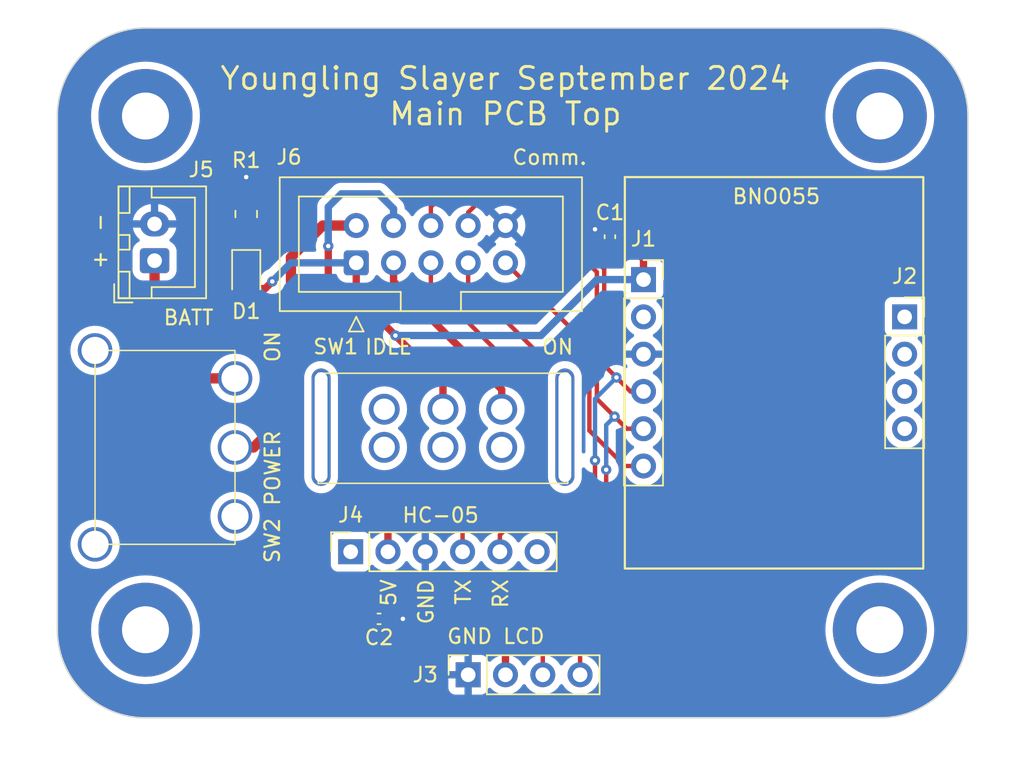
<source format=kicad_pcb>
(kicad_pcb (version 20221018) (generator pcbnew)
  (layers (0 "F.Cu" signal) (31 "B.Cu" power) (34 "B.Paste" user) (35 "F.Paste" user) (36 "B.SilkS" user "B.Silkscreen") (37 "F.SilkS" user "F.Silkscreen") (38 "B.Mask" user) (39 "F.Mask" user) (44 "Edge.Cuts" user))
  (net 0 "")
  (net 1 "+3V3")
  (net 3 "GND")
  (net 4 "SDA")
  (net 5 "SCL")
  (net 10 "+5V")
  (net 13 "Net-(J5-Pin_1)")
  (net 14 "+12V")
  (net 15 "IDLE")
  (net 16 "BNO_RST")
  (net 17 "TX")
  (net 18 "RX")
  (net 24 "Net-(D1-K)")
  (footprint "LED_SMD:LED_0805_2012Metric" (layer "F.Cu") (at 130.048 92.8855 -90)
    (fp_text reference "D1" (at 2.4915 0) (layer "F.SilkS"))
    (fp_text value "LED")
    (fp_line (start -1.685 -0.96) (end -1.685 0.96) (stroke (width 0.12)) (layer "F.SilkS"))
    (fp_line (start -1.685 0.96) (end 1 0.96) (stroke (width 0.12)) (layer "F.SilkS"))
    (fp_line (start 1 -0.96) (end -1.685 -0.96) (stroke (width 0.12)) (layer "F.SilkS"))
    (pad "1" smd roundrect (at -0.9375 0 270) (size 0.975 1.4) (layers "F.Cu" "F.Paste" "F.Mask") (net 24 "Net-(D1-K)"))
    (pad "2" smd roundrect (at 0.9375 0 270) (size 0.975 1.4) (layers "F.Cu" "F.Paste" "F.Mask") (net 1 "+3V3"))
  )
  (footprint "MountingHole:MountingHole_3.2mm_M3_Pad" (layer "F.Cu") (at 173.19 117.074)
    (fp_text reference "H3" hide)
    (fp_text value "MountingHole")
    (pad "1" thru_hole circle (at 0 0) (size 6.4 6.4) (drill 3.2) (layers "*.Cu" "*.Mask"))
  )
  (footprint "Altronics:Switch_SPDT_S2070" (layer "F.Cu") (at 124.521 104.649)
    (fp_text reference "SW2" (at 7.305 6.349 90 unlocked) (layer "F.SilkS"))
    (fp_text value "Power Switch")
    (fp_rect (start -4.765 -6.605) (end 4.765 6.605) (stroke (width 0.1)) (fill none) (layer "F.SilkS"))
    (pad "1" thru_hole circle (at 4.765 -4.7) (size 2.35 2.35) (drill 1.85) (layers "*.Cu" "*.Mask") (net 13 "Net-(J5-Pin_1)"))
    (pad "2" thru_hole circle (at 4.765 0) (size 2.35 2.35) (drill 1.85) (layers "*.Cu" "*.Mask") (net 14 "+12V"))
    (pad "3" thru_hole circle (at 4.765 4.7) (size 2.35 2.35) (drill 1.85) (layers "*.Cu" "*.Mask"))
    (pad "4" thru_hole circle (at -4.765 -6.605) (size 2.35 2.35) (drill 1.85) (layers "*.Cu" "*.Mask"))
    (pad "5" thru_hole circle (at -4.765 6.605) (size 2.35 2.35) (drill 1.85) (layers "*.Cu" "*.Mask"))
  )
  (footprint "Connector_PinSocket_2.54mm:PinSocket_1x04_P2.54mm_Vertical" (layer "F.Cu") (at 174.879 95.758)
    (fp_text reference "J2" (at 0 -2.77) (layer "F.SilkS"))
    (fp_text value "BNO Right")
    (fp_line (start -1.33 1.27) (end -1.33 8.95) (stroke (width 0.12)) (layer "F.SilkS"))
    (fp_line (start -1.33 1.27) (end 1.33 1.27) (stroke (width 0.12)) (layer "F.SilkS"))
    (fp_line (start -1.33 8.95) (end 1.33 8.95) (stroke (width 0.12)) (layer "F.SilkS"))
    (fp_line (start 0 -1.33) (end 1.33 -1.33) (stroke (width 0.12)) (layer "F.SilkS"))
    (fp_line (start 1.33 -1.33) (end 1.33 0) (stroke (width 0.12)) (layer "F.SilkS"))
    (fp_line (start 1.33 1.27) (end 1.33 8.95) (stroke (width 0.12)) (layer "F.SilkS"))
    (pad "1" thru_hole rect (at 0 0) (size 1.7 1.7) (drill 1) (layers "*.Cu" "*.Mask"))
    (pad "2" thru_hole oval (at 0 2.54) (size 1.7 1.7) (drill 1) (layers "*.Cu" "*.Mask"))
    (pad "3" thru_hole oval (at 0 5.08) (size 1.7 1.7) (drill 1) (layers "*.Cu" "*.Mask"))
    (pad "4" thru_hole oval (at 0 7.62) (size 1.7 1.7) (drill 1) (layers "*.Cu" "*.Mask"))
  )
  (footprint "MountingHole:MountingHole_3.2mm_M3_Pad" (layer "F.Cu") (at 123.19 82.074)
    (fp_text reference "H1" hide)
    (fp_text value "MountingHole")
    (pad "1" thru_hole circle (at 0 0) (size 6.4 6.4) (drill 3.2) (layers "*.Cu" "*.Mask"))
  )
  (footprint "MountingHole:MountingHole_3.2mm_M3_Pad" (layer "F.Cu") (at 173.19 82.074)
    (fp_text reference "H2" hide)
    (fp_text value "MountingHole")
    (pad "1" thru_hole circle (at 0 0) (size 6.4 6.4) (drill 3.2) (layers "*.Cu" "*.Mask"))
  )
  (footprint "Connector_JST:JST_XH_B2B-XH-A_1x02_P2.50mm_Vertical" (layer "F.Cu") (at 123.808 91.928 90)
    (fp_text reference "J5" (at 6.203 3.17381 180) (layer "F.SilkS"))
    (fp_text value "BATT")
    (fp_line (start -2.85 -2.75) (end -2.85 -1.5) (stroke (width 0.12)) (layer "F.SilkS"))
    (fp_line (start -2.56 -2.46) (end -2.56 3.51) (stroke (width 0.12)) (layer "F.SilkS"))
    (fp_line (start -2.56 3.51) (end 5.06 3.51) (stroke (width 0.12)) (layer "F.SilkS"))
    (fp_line (start -2.55 -2.45) (end -2.55 -1.7) (stroke (width 0.12)) (layer "F.SilkS"))
    (fp_line (start -2.55 -1.7) (end -0.75 -1.7) (stroke (width 0.12)) (layer "F.SilkS"))
    (fp_line (start -2.55 -0.2) (end -1.8 -0.2) (stroke (width 0.12)) (layer "F.SilkS"))
    (fp_line (start -1.8 -0.2) (end -1.8 2.75) (stroke (width 0.12)) (layer "F.SilkS"))
    (fp_line (start -1.8 2.75) (end 1.25 2.75) (stroke (width 0.12)) (layer "F.SilkS"))
    (fp_line (start -1.6 -2.75) (end -2.85 -2.75) (stroke (width 0.12)) (layer "F.SilkS"))
    (fp_line (start -0.75 -2.45) (end -2.55 -2.45) (stroke (width 0.12)) (layer "F.SilkS"))
    (fp_line (start -0.75 -1.7) (end -0.75 -2.45) (stroke (width 0.12)) (layer "F.SilkS"))
    (fp_line (start 0.75 -2.45) (end 0.75 -1.7) (stroke (width 0.12)) (layer "F.SilkS"))
    (fp_line (start 0.75 -1.7) (end 1.75 -1.7) (stroke (width 0.12)) (layer "F.SilkS"))
    (fp_line (start 1.75 -2.45) (end 0.75 -2.45) (stroke (width 0.12)) (layer "F.SilkS"))
    (fp_line (start 1.75 -1.7) (end 1.75 -2.45) (stroke (width 0.12)) (layer "F.SilkS"))
    (fp_line (start 3.25 -2.45) (end 3.25 -1.7) (stroke (width 0.12)) (layer "F.SilkS"))
    (fp_line (start 3.25 -1.7) (end 5.05 -1.7) (stroke (width 0.12)) (layer "F.SilkS"))
    (fp_line (start 4.3 -0.2) (end 4.3 2.75) (stroke (width 0.12)) (layer "F.SilkS"))
    (fp_line (start 4.3 2.75) (end 1.25 2.75) (stroke (width 0.12)) (layer "F.SilkS"))
    (fp_line (start 5.05 -2.45) (end 3.25 -2.45) (stroke (width 0.12)) (layer "F.SilkS"))
    (fp_line (start 5.05 -1.7) (end 5.05 -2.45) (stroke (width 0.12)) (layer "F.SilkS"))
    (fp_line (start 5.05 -0.2) (end 4.3 -0.2) (stroke (width 0.12)) (layer "F.SilkS"))
    (fp_line (start 5.06 -2.46) (end -2.56 -2.46) (stroke (width 0.12)) (layer "F.SilkS"))
    (fp_line (start 5.06 3.51) (end 5.06 -2.46) (stroke (width 0.12)) (layer "F.SilkS"))
    (pad "1" thru_hole roundrect (at 0 0 90) (size 1.7 2) (drill 1) (layers "*.Cu" "*.Mask") (roundrect_rratio 0.1470588235) (net 13 "Net-(J5-Pin_1)"))
    (pad "2" thru_hole oval (at 2.5 0 90) (size 1.7 2) (drill 1) (layers "*.Cu" "*.Mask") (net 3 "GND"))
  )
  (footprint "Capacitor_SMD:C_0402_1005Metric" (layer "F.Cu") (at 154.813 90.297 90)
    (fp_text reference "C1" (at 1.651 0 180) (layer "F.SilkS"))
    (fp_text value "0.1uF")
    (fp_line (start -0.107836 -0.36) (end 0.107836 -0.36) (stroke (width 0.12)) (layer "F.SilkS"))
    (fp_line (start -0.107836 0.36) (end 0.107836 0.36) (stroke (width 0.12)) (layer "F.SilkS"))
    (pad "1" smd roundrect (at -0.48 0 90) (size 0.56 0.62) (layers "F.Cu" "F.Paste" "F.Mask") (net 1 "+3V3"))
    (pad "2" smd roundrect (at 0.48 0 90) (size 0.56 0.62) (layers "F.Cu" "F.Paste" "F.Mask") (net 3 "GND"))
  )
  (footprint "Connector_PinSocket_2.54mm:PinSocket_1x06_P2.54mm_Vertical" (layer "F.Cu") (at 157.099 93.218)
    (fp_text reference "J1" (at 0 -2.77) (layer "F.SilkS"))
    (fp_text value "BNO Left")
    (fp_line (start -1.33 1.27) (end -1.33 14.03) (stroke (width 0.12)) (layer "F.SilkS"))
    (fp_line (start -1.33 1.27) (end 1.33 1.27) (stroke (width 0.12)) (layer "F.SilkS"))
    (fp_line (start -1.33 14.03) (end 1.33 14.03) (stroke (width 0.12)) (layer "F.SilkS"))
    (fp_line (start 0 -1.33) (end 1.33 -1.33) (stroke (width 0.12)) (layer "F.SilkS"))
    (fp_line (start 1.33 -1.33) (end 1.33 0) (stroke (width 0.12)) (layer "F.SilkS"))
    (fp_line (start 1.33 1.27) (end 1.33 14.03) (stroke (width 0.12)) (layer "F.SilkS"))
    (pad "1" thru_hole rect (at 0 0) (size 1.7 1.7) (drill 1) (layers "*.Cu" "*.Mask") (net 1 "+3V3"))
    (pad "2" thru_hole oval (at 0 2.54) (size 1.7 1.7) (drill 1) (layers "*.Cu" "*.Mask"))
    (pad "3" thru_hole oval (at 0 5.08) (size 1.7 1.7) (drill 1) (layers "*.Cu" "*.Mask") (net 3 "GND"))
    (pad "4" thru_hole oval (at 0 7.62) (size 1.7 1.7) (drill 1) (layers "*.Cu" "*.Mask") (net 4 "SDA"))
    (pad "5" thru_hole oval (at 0 10.16) (size 1.7 1.7) (drill 1) (layers "*.Cu" "*.Mask") (net 5 "SCL"))
    (pad "6" thru_hole oval (at 0 12.7) (size 1.7 1.7) (drill 1) (layers "*.Cu" "*.Mask") (net 16 "BNO_RST"))
  )
  (footprint "Connector_PinSocket_2.54mm:PinSocket_1x04_P2.54mm_Vertical" (layer "F.Cu") (at 145.161 120.142 90)
    (fp_text reference "J3" (at 0 -2.921) (layer "F.SilkS"))
    (fp_text value "LCD")
    (fp_line (start -1.33 1.27) (end -1.33 8.95) (stroke (width 0.12)) (layer "F.SilkS"))
    (fp_line (start -1.33 1.27) (end 1.33 1.27) (stroke (width 0.12)) (layer "F.SilkS"))
    (fp_line (start -1.33 8.95) (end 1.33 8.95) (stroke (width 0.12)) (layer "F.SilkS"))
    (fp_line (start 0 -1.33) (end 1.33 -1.33) (stroke (width 0.12)) (layer "F.SilkS"))
    (fp_line (start 1.33 -1.33) (end 1.33 0) (stroke (width 0.12)) (layer "F.SilkS"))
    (fp_line (start 1.33 1.27) (end 1.33 8.95) (stroke (width 0.12)) (layer "F.SilkS"))
    (pad "1" thru_hole rect (at 0 0 90) (size 1.7 1.7) (drill 1) (layers "*.Cu" "*.Mask") (net 3 "GND"))
    (pad "2" thru_hole oval (at 0 2.54 90) (size 1.7 1.7) (drill 1) (layers "*.Cu" "*.Mask") (net 10 "+5V"))
    (pad "3" thru_hole oval (at 0 5.08 90) (size 1.7 1.7) (drill 1) (layers "*.Cu" "*.Mask") (net 4 "SDA"))
    (pad "4" thru_hole oval (at 0 7.62 90) (size 1.7 1.7) (drill 1) (layers "*.Cu" "*.Mask") (net 5 "SCL"))
  )
  (footprint "Connector_IDC:IDC-Header_2x05_P2.54mm_Vertical" (layer "F.Cu") (at 137.541 92.075 90)
    (fp_text reference "J6" (at 7.20575 -4.572) (layer "F.SilkS"))
    (fp_text value "Comm. wire")
    (fp_line (start -4.68 -0.5) (end -4.68 0.5) (stroke (width 0.12)) (layer "F.SilkS"))
    (fp_line (start -4.68 0.5) (end -3.68 0) (stroke (width 0.12)) (layer "F.SilkS"))
    (fp_line (start -3.68 0) (end -4.68 -0.5) (stroke (width 0.12)) (layer "F.SilkS"))
    (fp_line (start -3.29 -5.21) (end 5.83 -5.21) (stroke (width 0.12)) (layer "F.SilkS"))
    (fp_line (start -3.29 3.03) (end -1.98 3.03) (stroke (width 0.12)) (layer "F.SilkS"))
    (fp_line (start -3.29 15.37) (end -3.29 -5.21) (stroke (width 0.12)) (layer "F.SilkS"))
    (fp_line (start -1.98 -3.91) (end 4.52 -3.91) (stroke (width 0.12)) (layer "F.SilkS"))
    (fp_line (start -1.98 3.03) (end -1.98 -3.91) (stroke (width 0.12)) (layer "F.SilkS"))
    (fp_line (start -1.98 7.13) (end -3.29 7.13) (stroke (width 0.12)) (layer "F.SilkS"))
    (fp_line (start -1.98 7.13) (end -1.98 7.13) (stroke (width 0.12)) (layer "F.SilkS"))
    (fp_line (start -1.98 14.07) (end -1.98 7.13) (stroke (width 0.12)) (layer "F.SilkS"))
    (fp_line (start 4.52 -3.91) (end 4.52 14.07) (stroke (width 0.12)) (layer "F.SilkS"))
    (fp_line (start 4.52 14.07) (end -1.98 14.07) (stroke (width 0.12)) (layer "F.SilkS"))
    (fp_line (start 5.83 -5.21) (end 5.83 15.37) (stroke (width 0.12)) (layer "F.SilkS"))
    (fp_line (start 5.83 15.37) (end -3.29 15.37) (stroke (width 0.12)) (layer "F.SilkS"))
    (pad "1" thru_hole roundrect (at 0 0 90) (size 1.7 1.7) (drill 1) (layers "*.Cu" "*.Mask") (roundrect_rratio 0.1470588235) (net 1 "+3V3"))
    (pad "2" thru_hole circle (at 2.54 0 90) (size 1.7 1.7) (drill 1) (layers "*.Cu" "*.Mask") (net 14 "+12V"))
    (pad "3" thru_hole circle (at 0 2.54 90) (size 1.7 1.7) (drill 1) (layers "*.Cu" "*.Mask") (net 15 "IDLE"))
    (pad "4" thru_hole circle (at 2.54 2.54 90) (size 1.7 1.7) (drill 1) (layers "*.Cu" "*.Mask") (net 10 "+5V"))
    (pad "5" thru_hole circle (at 0 5.08 90) (size 1.7 1.7) (drill 1) (layers "*.Cu" "*.Mask") (net 17 "TX"))
    (pad "6" thru_hole circle (at 2.54 5.08 90) (size 1.7 1.7) (drill 1) (layers "*.Cu" "*.Mask") (net 4 "SDA"))
    (pad "7" thru_hole circle (at 0 7.62 90) (size 1.7 1.7) (drill 1) (layers "*.Cu" "*.Mask") (net 18 "RX"))
    (pad "8" thru_hole circle (at 2.54 7.62 90) (size 1.7 1.7) (drill 1) (layers "*.Cu" "*.Mask") (net 5 "SCL"))
    (pad "9" thru_hole circle (at 0 10.16 90) (size 1.7 1.7) (drill 1) (layers "*.Cu" "*.Mask") (net 16 "BNO_RST"))
    (pad "10" thru_hole circle (at 2.54 10.16 90) (size 1.7 1.7) (drill 1) (layers "*.Cu" "*.Mask") (net 3 "GND"))
  )
  (footprint "Altronics:Switch_DPDT_S2060" (layer "F.Cu") (at 143.446 103.273)
    (fp_text reference "SW1" (at -7.302 -5.483 unlocked) (layer "F.SilkS"))
    (fp_text value "Idle Switch")
    (fp_rect (start -8.5 -3.675) (end 8.5 3.825) (stroke (width 0.1)) (fill none) (layer "F.SilkS"))
    (pad "1" thru_hole circle (at -4 -1.225) (size 2.1 2.1) (drill 1.455) (layers "*.Cu" "*.Mask"))
    (pad "2" thru_hole circle (at 0 -1.225) (size 2.1 2.1) (drill 1.455) (layers "*.Cu" "*.Mask") (net 1 "+3V3"))
    (pad "3" thru_hole circle (at 4 -1.225) (size 2.1 2.1) (drill 1.455) (layers "*.Cu" "*.Mask") (net 15 "IDLE"))
    (pad "4" thru_hole circle (at -4 1.375) (size 2.1 2.1) (drill 1.455) (layers "*.Cu" "*.Mask"))
    (pad "5" thru_hole circle (at 0 1.375) (size 2.1 2.1) (drill 1.455) (layers "*.Cu" "*.Mask"))
    (pad "6" thru_hole circle (at 4 1.375) (size 2.1 2.1) (drill 1.455) (layers "*.Cu" "*.Mask"))
    (pad "7" thru_hole oval (at 8.3 0) (size 1.3 8) (drill oval 0.875 7.485) (layers "*.Cu" "*.Mask"))
    (pad "8" thru_hole oval (at -8.3 0) (size 1.3 8) (drill oval 0.875 7.485) (layers "*.Cu" "*.Mask"))
  )
  (footprint "Connector_PinSocket_2.54mm:PinSocket_1x06_P2.54mm_Vertical" (layer "F.Cu") (at 137.16 111.76 90)
    (fp_text reference "J4" (at 2.50675 0 180) (layer "F.SilkS"))
    (fp_text value "HC-05")
    (fp_line (start -1.33 1.27) (end -1.33 14.03) (stroke (width 0.12)) (layer "F.SilkS"))
    (fp_line (start -1.33 1.27) (end 1.33 1.27) (stroke (width 0.12)) (layer "F.SilkS"))
    (fp_line (start -1.33 14.03) (end 1.33 14.03) (stroke (width 0.12)) (layer "F.SilkS"))
    (fp_line (start 0 -1.33) (end 1.33 -1.33) (stroke (width 0.12)) (layer "F.SilkS"))
    (fp_line (start 1.33 -1.33) (end 1.33 0) (stroke (width 0.12)) (layer "F.SilkS"))
    (fp_line (start 1.33 1.27) (end 1.33 14.03) (stroke (width 0.12)) (layer "F.SilkS"))
    (pad "1" thru_hole rect (at 0 0 90) (size 1.7 1.7) (drill 1) (layers "*.Cu" "*.Mask"))
    (pad "2" thru_hole oval (at 0 2.54 90) (size 1.7 1.7) (drill 1) (layers "*.Cu" "*.Mask") (net 10 "+5V"))
    (pad "3" thru_hole oval (at 0 5.08 90) (size 1.7 1.7) (drill 1) (layers "*.Cu" "*.Mask") (net 3 "GND"))
    (pad "4" thru_hole oval (at 0 7.62 90) (size 1.7 1.7) (drill 1) (layers "*.Cu" "*.Mask") (net 17 "TX"))
    (pad "5" thru_hole oval (at 0 10.16 90) (size 1.7 1.7) (drill 1) (layers "*.Cu" "*.Mask") (net 18 "RX"))
    (pad "6" thru_hole oval (at 0 12.7 90) (size 1.7 1.7) (drill 1) (layers "*.Cu" "*.Mask"))
  )
  (footprint "Resistor_SMD:R_0805_2012Metric" (layer "F.Cu") (at 130.048 88.7495 -90)
    (fp_text reference "R1" (at -3.6595 0 -180) (layer "F.SilkS"))
    (fp_text value "22R")
    (fp_line (start -0.227064 -0.735) (end 0.227064 -0.735) (stroke (width 0.12)) (layer "F.SilkS"))
    (fp_line (start -0.227064 0.735) (end 0.227064 0.735) (stroke (width 0.12)) (layer "F.SilkS"))
    (pad "1" smd roundrect (at -0.9125 0 270) (size 1.025 1.4) (layers "F.Cu" "F.Paste" "F.Mask") (roundrect_rratio 0.243902439) (net 3 "GND"))
    (pad "2" smd roundrect (at 0.9125 0 270) (size 1.025 1.4) (layers "F.Cu" "F.Paste" "F.Mask") (roundrect_rratio 0.243902439) (net 24 "Net-(D1-K)"))
  )
  (footprint "MountingHole:MountingHole_3.2mm_M3_Pad" (layer "F.Cu") (at 123.19 117.074)
    (fp_text reference "H4" hide)
    (fp_text value "MountingHole")
    (pad "1" thru_hole circle (at 0 0) (size 6.4 6.4) (drill 3.2) (layers "*.Cu" "*.Mask"))
  )
  (footprint "Capacitor_SMD:C_0402_1005Metric" (layer "F.Cu") (at 139.093 116.332)
    (fp_text reference "C2" (at 0 1.27) (layer "F.SilkS"))
    (fp_text value "0.1uF")
    (fp_line (start -0.107836 -0.36) (end 0.107836 -0.36) (stroke (width 0.12)) (layer "F.SilkS"))
    (fp_line (start -0.107836 0.36) (end 0.107836 0.36) (stroke (width 0.12)) (layer "F.SilkS"))
    (pad "1" smd roundrect (at -0.48 0) (size 0.56 0.62) (layers "F.Cu" "F.Paste" "F.Mask") (net 10 "+5V"))
    (pad "2" smd roundrect (at 0.48 0) (size 0.56 0.62) (layers "F.Cu" "F.Paste" "F.Mask") (net 3 "GND"))
  )
  (gr_rect (start 155.829 86.233) (end 176.149 112.903) (stroke (width 0.15)) (fill none) (layer "F.SilkS"))
  (gr_line (start 173.19 123.074) (end 123.19 123.074) (stroke (width 0.1)) (layer "Edge.Cuts"))
  (gr_arc (start 117.19 82.074) (mid 118.947359 77.831359) (end 123.19 76.074) (stroke (width 0.1)) (layer "Edge.Cuts"))
  (gr_arc (start 173.19 76.074) (mid 177.432641 77.831359) (end 179.19 82.074) (stroke (width 0.1)) (layer "Edge.Cuts"))
  (gr_arc (start 179.19 117.074) (mid 177.432641 121.316641) (end 173.19 123.074) (stroke (width 0.1)) (layer "Edge.Cuts"))
  (gr_arc (start 123.19 123.074) (mid 118.947359 121.316641) (end 117.19 117.074) (stroke (width 0.1)) (layer "Edge.Cuts"))
  (gr_line (start 123.19 76.074) (end 173.19 76.074) (stroke (width 0.1)) (layer "Edge.Cuts"))
  (gr_line (start 179.19 82.074) (end 179.19 117.074) (stroke (width 0.1)) (layer "Edge.Cuts"))
  (gr_line (start 117.19 82.074) (end 117.19 117.074) (stroke (width 0.1)) (layer "Edge.Cuts"))
  (gr_text "5V" (at 140.335 115.554143 90) (layer "F.SilkS") (effects (font (size 1 1)) (justify left bottom)))
  (gr_text "-" (at 120.65 90.043 90) (layer "F.SilkS") (effects (font (size 1 1)) (justify left bottom)))
  (gr_text "GND" (at 143.637 118.11) (layer "F.SilkS") (effects (font (size 1 1)) (justify left bottom)))
  (gr_text "LCD" (at 147.447 118.11) (layer "F.SilkS") (effects (font (size 1 1)) (justify left bottom)))
  (gr_text "Youngling Slayer September 2024\nMain PCB Top" (at 147.701 82.804) (layer "F.SilkS") (effects (font (size 1.5 1.5) (thickness 0.2)) (justify bottom)))
  (gr_text "POWER" (at 132.42775 108.712 90) (layer "F.SilkS") (effects (font (size 1 1)) (justify left bottom)))
  (gr_text "BNO055" (at 163.068 88.138) (layer "F.SilkS") (effects (font (size 1 1)) (justify left bottom)))
  (gr_text "HC-05" (at 140.589 109.855) (layer "F.SilkS") (effects (font (size 1 1)) (justify left bottom)))
  (gr_text "ON" (at 150.114 98.39175) (layer "F.SilkS") (effects (font (size 1 1)) (justify left bottom)))
  (gr_text "RX" (at 147.955 115.697 90) (layer "F.SilkS") (effects (font (size 1 1)) (justify left bottom)))
  (gr_text "TX" (at 145.415 115.458905 90) (layer "F.SilkS") (effects (font (size 1 1)) (justify left bottom)))
  (gr_text "IDLE" (at 138.049 98.39175) (layer "F.SilkS") (effects (font (size 1 1)) (justify left bottom)))
  (gr_text "ON" (at 132.42775 98.933 90) (layer "F.SilkS") (effects (font (size 1 1)) (justify left bottom)))
  (gr_text "BATT" (at 124.333 96.393) (layer "F.SilkS") (effects (font (size 1 1)) (justify left bottom)))
  (gr_text "Comm." (at 148.082 85.471) (layer "F.SilkS") (effects (font (size 1 1)) (justify left bottom)))
  (gr_text "GND" (at 142.875 116.792238 90) (layer "F.SilkS") (effects (font (size 1 1)) (justify left bottom)))
  (gr_text "+" (at 120.65 92.583 90) (layer "F.SilkS") (effects (font (size 1 1)) (justify left bottom)))
  (segment (start 157.099 91.821) (end 157.099 93.218) (width 0.5) (layer "F.Cu") (net 1))
  (segment (start 137.541 92.075) (end 137.541 94.361) (width 0.5) (layer "F.Cu") (net 1))
  (segment (start 156.055 90.777) (end 157.099 91.821) (width 0.5) (layer "F.Cu") (net 1))
  (segment (start 137.541 94.361) (end 140.208 97.028) (width 0.5) (layer "F.Cu") (net 1))
  (segment (start 131.348 93.823) (end 130.048 93.823) (width 0.5) (layer "F.Cu") (net 1))
  (segment (start 131.826 93.345) (end 131.348 93.823) (width 0.5) (layer "F.Cu") (net 1))
  (segment (start 154.813 90.777) (end 156.055 90.777) (width 0.5) (layer "F.Cu") (net 1))
  (segment (start 143.446 100.266) (end 143.446 102.048) (width 0.5) (layer "F.Cu") (net 1))
  (segment (start 140.208 97.028) (end 143.446 100.266) (width 0.5) (layer "F.Cu") (net 1))
  (via (at 131.826 93.345) (size 0.7) (drill 0.3) (layers "F.Cu" "B.Cu") (net 1))
  (via (at 140.208 97.028) (size 0.7) (drill 0.3) (layers "F.Cu" "B.Cu") (net 1))
  (segment (start 153.924 93.218) (end 150.114 97.028) (width 0.5) (layer "B.Cu") (net 1))
  (segment (start 131.826 93.345) (end 133.096 92.075) (width 0.5) (layer "B.Cu") (net 1))
  (segment (start 133.096 92.075) (end 137.541 92.075) (width 0.5) (layer "B.Cu") (net 1))
  (segment (start 150.114 97.028) (end 140.208 97.028) (width 0.5) (layer "B.Cu") (net 1))
  (segment (start 157.099 93.218) (end 153.924 93.218) (width 0.5) (layer "B.Cu") (net 1))
  (segment (start 139.573 116.332) (end 140.716 116.332) (width 0.5) (layer "F.Cu") (net 3))
  (segment (start 130.048 87.837) (end 130.048 86.233) (width 0.5) (layer "F.Cu") (net 3))
  (segment (start 154.813 89.817) (end 153.825 89.817) (width 0.5) (layer "F.Cu") (net 3))
  (segment (start 153.825 89.817) (end 153.797 89.789) (width 0.5) (layer "F.Cu") (net 3))
  (via (at 130.048 86.233) (size 0.7) (drill 0.3) (layers "F.Cu" "B.Cu") (net 3))
  (via (at 153.797 89.789) (size 0.7) (drill 0.3) (layers "F.Cu" "B.Cu") (net 3))
  (via (at 140.716 116.332) (size 0.7) (drill 0.3) (layers "F.Cu" "B.Cu") (net 3))
  (segment (start 150.241 117.983) (end 150.241 120.142) (width 0.3) (layer "F.Cu") (net 4))
  (segment (start 154.424 99.052) (end 154.424 92.502894) (width 0.3) (layer "F.Cu") (net 4))
  (segment (start 155.2575 99.8855) (end 154.424 99.052) (width 0.3) (layer "F.Cu") (net 4))
  (segment (start 153.797 105.537) (end 153.797 114.427) (width 0.3) (layer "F.Cu") (net 4))
  (segment (start 154.424 92.502894) (end 149.305106 87.384) (width 0.3) (layer "F.Cu") (net 4))
  (segment (start 143.502 87.384) (end 142.621 88.265) (width 0.3) (layer "F.Cu") (net 4))
  (segment (start 142.621 88.265) (end 142.621 89.535) (width 0.3) (layer "F.Cu") (net 4))
  (segment (start 153.797 114.427) (end 150.241 117.983) (width 0.3) (layer "F.Cu") (net 4))
  (segment (start 156.21 100.838) (end 157.099 100.838) (width 0.3) (layer "F.Cu") (net 4))
  (segment (start 149.305106 87.384) (end 143.502 87.384) (width 0.3) (layer "F.Cu") (net 4))
  (segment (start 155.2575 99.8855) (end 156.21 100.838) (width 0.3) (layer "F.Cu") (net 4))
  (via (at 153.797 105.537) (size 0.7) (drill 0.3) (layers "F.Cu" "B.Cu") (net 4))
  (via (at 155.2575 99.8855) (size 0.7) (drill 0.3) (layers "F.Cu" "B.Cu") (net 4))
  (segment (start 153.797 101.346) (end 153.797 105.537) (width 0.3) (layer "B.Cu") (net 4))
  (segment (start 155.2575 99.8855) (end 153.797 101.346) (width 0.3) (layer "B.Cu") (net 4))
  (segment (start 152.781 117.983) (end 152.781 120.142) (width 0.3) (layer "F.Cu") (net 5))
  (segment (start 154.559 106.172) (end 154.559 116.205) (width 0.3) (layer "F.Cu") (net 5))
  (segment (start 155.1305 102.5525) (end 153.924 101.346) (width 0.3) (layer "F.Cu") (net 5))
  (segment (start 155.1305 102.5525) (end 155.956 103.378) (width 0.3) (layer "F.Cu") (net 5))
  (segment (start 153.924 92.71) (end 149.098 87.884) (width 0.3) (layer "F.Cu") (net 5))
  (segment (start 153.924 101.346) (end 153.924 92.71) (width 0.3) (layer "F.Cu") (net 5))
  (segment (start 149.098 87.884) (end 145.923 87.884) (width 0.3) (layer "F.Cu") (net 5))
  (segment (start 154.559 116.205) (end 152.781 117.983) (width 0.3) (layer "F.Cu") (net 5))
  (segment (start 145.161 88.646) (end 145.161 89.535) (width 0.3) (layer "F.Cu") (net 5))
  (segment (start 155.956 103.378) (end 157.099 103.378) (width 0.3) (layer "F.Cu") (net 5))
  (segment (start 145.923 87.884) (end 145.161 88.646) (width 0.3) (layer "F.Cu") (net 5))
  (via (at 154.559 106.172) (size 0.7) (drill 0.3) (layers "F.Cu" "B.Cu") (net 5))
  (via (at 155.1305 102.5525) (size 0.7) (drill 0.3) (layers "F.Cu" "B.Cu") (net 5))
  (segment (start 155.1305 102.5525) (end 154.559 103.124) (width 0.3) (layer "B.Cu") (net 5))
  (segment (start 154.559 103.124) (end 154.559 106.172) (width 0.3) (layer "B.Cu") (net 5))
  (segment (start 138.049 117.348) (end 146.304 117.348) (width 0.5) (layer "F.Cu") (net 10))
  (segment (start 137.033 107.061) (end 137.541 107.569) (width 0.5) (layer "F.Cu") (net 10))
  (segment (start 137.922 116.332) (end 138.613 116.332) (width 0.5) (layer "F.Cu") (net 10))
  (segment (start 137.287 107.315) (end 137.033 107.061) (width 0.5) (layer "F.Cu") (net 10))
  (segment (start 139.7 109.728) (end 139.7 111.76) (width 0.5) (layer "F.Cu") (net 10))
  (segment (start 146.304 117.348) (end 147.701 118.745) (width 0.5) (layer "F.Cu") (net 10))
  (segment (start 137.541 107.569) (end 139.7 109.728) (width 0.5) (layer "F.Cu") (net 10))
  (segment (start 134.874 114.173) (end 137.4775 116.7765) (width 0.5) (layer "F.Cu") (net 10))
  (segment (start 137.033 107.061) (end 134.874 109.22) (width 0.5) (layer "F.Cu") (net 10))
  (segment (start 137.033 97.663) (end 137.033 107.061) (width 0.5) (layer "F.Cu") (net 10))
  (segment (start 135.636 90.932) (end 135.636 96.266) (width 0.5) (layer "F.Cu") (net 10))
  (segment (start 147.701 118.745) (end 147.701 120.142) (width 0.5) (layer "F.Cu") (net 10))
  (segment (start 137.4775 116.7765) (end 138.049 117.348) (width 0.5) (layer "F.Cu") (net 10))
  (segment (start 134.874 109.22) (end 134.874 114.173) (width 0.5) (layer "F.Cu") (net 10))
  (segment (start 137.4775 116.7765) (end 137.922 116.332) (width 0.5) (layer "F.Cu") (net 10))
  (segment (start 135.636 96.266) (end 137.033 97.663) (width 0.5) (layer "F.Cu") (net 10))
  (via (at 135.636 90.932) (size 0.7) (drill 0.3) (layers "F.Cu" "B.Cu") (net 10))
  (segment (start 139.065 87.376) (end 140.081 88.392) (width 0.5) (layer "B.Cu") (net 10))
  (segment (start 140.081 88.392) (end 140.081 89.535) (width 0.5) (layer "B.Cu") (net 10))
  (segment (start 135.636 88.265) (end 136.525 87.376) (width 0.5) (layer "B.Cu") (net 10))
  (segment (start 136.525 87.376) (end 139.065 87.376) (width 0.5) (layer "B.Cu") (net 10))
  (segment (start 135.636 90.932) (end 135.636 88.265) (width 0.5) (layer "B.Cu") (net 10))
  (segment (start 123.808 96.503) (end 127.254 99.949) (width 0.7) (layer "F.Cu") (net 13))
  (segment (start 127.254 99.949) (end 129.286 99.949) (width 0.7) (layer "F.Cu") (net 13))
  (segment (start 123.808 91.928) (end 123.808 96.503) (width 0.7) (layer "F.Cu") (net 13))
  (segment (start 137.541 89.535) (end 135.255 89.535) (width 0.7) (layer "F.Cu") (net 14))
  (segment (start 130.555 104.649) (end 129.286 104.649) (width 0.7) (layer "F.Cu") (net 14))
  (segment (start 133.096 91.694) (end 133.096 102.108) (width 0.7) (layer "F.Cu") (net 14))
  (segment (start 133.096 102.108) (end 130.555 104.649) (width 0.7) (layer "F.Cu") (net 14))
  (segment (start 135.255 89.535) (end 133.096 91.694) (width 0.7) (layer "F.Cu") (net 14))
  (segment (start 140.081 92.075) (end 140.081 93.345) (width 0.5) (layer "F.Cu") (net 15))
  (segment (start 140.081 93.345) (end 147.446 100.71) (width 0.5) (layer "F.Cu") (net 15))
  (segment (start 147.446 100.71) (end 147.446 102.048) (width 0.5) (layer "F.Cu") (net 15))
  (segment (start 153.416 103.505) (end 155.829 105.918) (width 0.3) (layer "F.Cu") (net 16))
  (segment (start 147.701 92.075) (end 153.416 97.79) (width 0.3) (layer "F.Cu") (net 16))
  (segment (start 155.829 105.918) (end 157.099 105.918) (width 0.3) (layer "F.Cu") (net 16))
  (segment (start 153.416 97.79) (end 153.416 103.505) (width 0.3) (layer "F.Cu") (net 16))
  (segment (start 142.621 93.599) (end 149.487 100.465) (width 0.3) (layer "F.Cu") (net 17))
  (segment (start 144.78 110.363) (end 144.78 111.76) (width 0.3) (layer "F.Cu") (net 17))
  (segment (start 142.621 92.075) (end 142.621 93.599) (width 0.3) (layer "F.Cu") (net 17))
  (segment (start 149.487 105.656) (end 144.78 110.363) (width 0.3) (layer "F.Cu") (net 17))
  (segment (start 149.487 100.465) (end 149.487 105.656) (width 0.3) (layer "F.Cu") (net 17))
  (segment (start 147.32 110.617) (end 147.32 111.76) (width 0.3) (layer "F.Cu") (net 18))
  (segment (start 149.987 107.95) (end 147.32 110.617) (width 0.3) (layer "F.Cu") (net 18))
  (segment (start 149.987 98.298) (end 149.987 107.95) (width 0.3) (layer "F.Cu") (net 18))
  (segment (start 145.161 93.472) (end 149.987 98.298) (width 0.3) (layer "F.Cu") (net 18))
  (segment (start 145.161 92.075) (end 145.161 93.472) (width 0.3) (layer "F.Cu") (net 18))
  (segment (start 130.048 89.662) (end 130.048 91.948) (width 0.3) (layer "F.Cu") (net 24))
  (zone (net 3) (net_name "GND") (layer "B.Cu") (connect_pads (clearance 0.5)) (min_thickness 0.25) (fill yes (thermal_gap 0.5) (thermal_bridge_width 0.5))
    (polygon (pts (xy 113.284 74.168) (xy 182.372 74.422) (xy 183.007 127.254) (xy 113.284 126.492)))
  )
)
</source>
